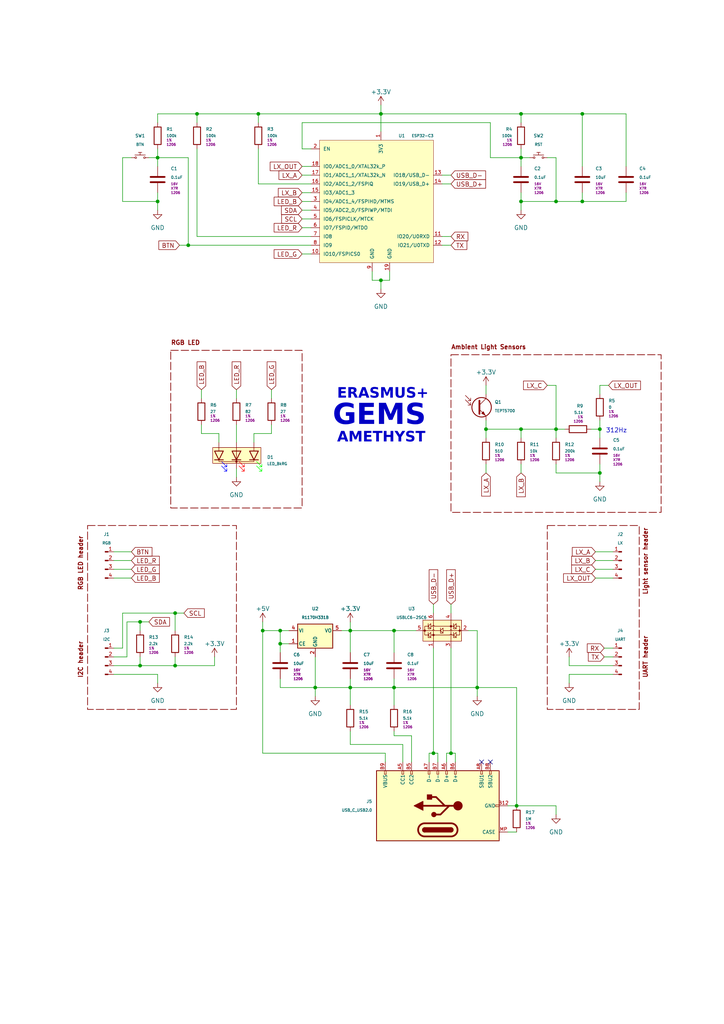
<source format=kicad_sch>
(kicad_sch (version 20231120) (generator "eeschema") (generator_version "8.0")
  (paper "A4" portrait)
  (title_block (title "AMETHYST") (date "2024-03-17") (rev "v0.2") (company "GEMS - Graceful Equalising of Mechatronics Students") (comment 2 "Contact: gasper.skulj@fs.uni-lj.si") (comment 3 "2022-1-SI01-KA220-HED-000087727") (comment 4 "Erasmus+ project KA2: Cooperation partnerships in higher education"))
  (lib_symbols
    (symbol "GEMS_Library:Capacitor" (pin_numbers hide) (pin_names (offset 0.254))
      (property "Reference" "C" (at 2.413 0 0))
      (property "Value" "Capacitor" (at 0.381 -1.524 0))
      (property "Voltage" "\"Voltage\"" (at 0 -1.27 0))
      (property "Tolerance" "\"Tolerance\"" (at 0 -2.286 0))
      (property "Case" "\"Case\"" (at 0.254 1.27 0))
      (symbol "Capacitor_1_1"
        (pin passive line (at 0 3.81 270) (length 2.794) (name "~") (number "1"))
        (pin passive line (at 0 -3.81 90) (length 2.794) (name "~") (number "2"))
      )
    )
    (symbol "GEMS_Library:Conn_01x04" (pin_names (offset 1.016) hide)
      (property "Reference" "J" (at 0 3.556 0))
      (property "Value" "Conn_01x04" (at 0 -5.588 0))
      (symbol "Conn_01x04_1_1"
        (pin passive line (at 2.54 2.54 180) (length 2) (name "Pin_1") (number "1"))
        (pin passive line (at 2.54 0 180) (length 2) (name "Pin_2") (number "2"))
        (pin passive line (at 2.54 -2.54 180) (length 2) (name "Pin_3") (number "3"))
        (pin passive line (at 2.54 -5.08 180) (length 2) (name "Pin_4") (number "4"))
      )
    )
    (symbol "GEMS_Library:ESP32-C3" (pin_names (offset 1.016))
      (property "Reference" "U" (at 9.652 20.574 0))
      (property "Value" "ESP32-C3" (at 7.366 -15.748 0))
      (symbol "ESP32-C3_1_1"
        (pin power_in line (at 0 22.86 270) (length 2.54) (name "3V3") (number "1"))
        (pin bidirectional line (at -20.32 -12.7 0) (length 2.54) (name "IO10/FSPICS0") (number "10"))
        (pin bidirectional line (at 17.78 -7.62 180) (length 2.54) (name "IO20/U0RXD") (number "11"))
        (pin bidirectional line (at 17.78 -10.16 180) (length 2.54) (name "IO21/U0TXD") (number "12"))
        (pin bidirectional line (at 17.78 10.16 180) (length 2.54) (name "IO18/USB_D-") (number "13"))
        (pin bidirectional line (at 17.78 7.62 180) (length 2.54) (name "IO19/USB_D+") (number "14"))
        (pin bidirectional line (at -20.32 5.08 0) (length 2.54) (name "IO3/ADC1_3") (number "15"))
        (pin bidirectional line (at -20.32 7.62 0) (length 2.54) (name "IO2/ADC1_2/FSPIQ") (number "16"))
        (pin bidirectional line (at -20.32 10.16 0) (length 2.54) (name "IO1/ADC1_1/XTAL32k_N") (number "17"))
        (pin bidirectional line (at -20.32 12.7 0) (length 2.54) (name "IO0/ADC1_0/XTAL32k_P") (number "18"))
        (pin power_in line (at 2.54 -17.78 90) (length 2.54) (name "GND") (number "19"))
        (pin input line (at -20.32 17.78 0) (length 2.54) (name "EN") (number "2"))
        (pin bidirectional line (at -20.32 2.54 0) (length 2.54) (name "IO4/ADC1_4/FSPIHD/MTMS") (number "3"))
        (pin bidirectional line (at -20.32 0 0) (length 2.54) (name "IO5/ADC2_0/FSPIWP/MTDI") (number "4"))
        (pin bidirectional line (at -20.32 -2.54 0) (length 2.54) (name "IO6/FSPICLK/MTCK") (number "5"))
        (pin bidirectional line (at -20.32 -5.08 0) (length 2.54) (name "IO7/FSPID/MTDO") (number "6"))
        (pin bidirectional line (at -20.32 -7.62 0) (length 2.54) (name "IO8") (number "7"))
        (pin bidirectional line (at -20.32 -10.16 0) (length 2.54) (name "IO9") (number "8"))
        (pin power_in line (at -2.54 -17.78 90) (length 2.54) (name "GND") (number "9"))
      )
    )
    (symbol "GEMS_Library:LED_BkRG" (pin_numbers hide) (pin_names (offset 1.016) hide)
      (property "Reference" "D" (at 0.254 7.112 0))
      (property "Value" "LED_BkRG" (at -1.016 -7.366 0))
      (symbol "LED_BkRG_1_1"
        (pin passive line (at 2.54 5.08 180) (length 2.54) (name "Ablue") (number "Ab"))
        (pin passive line (at 2.54 -5.08 180) (length 2.54) (name "Agreen") (number "Ag"))
        (pin passive line (at 2.54 0 180) (length 2.54) (name "Ared") (number "Ar"))
        (pin passive line (at -5.08 0 0) (length 2.54) (name "K") (number "K"))
      )
    )
    (symbol "GEMS_Library:R1170H331B" (pin_names (offset 0.254))
      (property "Reference" "U" (at 1.778 2.286 0))
      (property "Value" "R1170H331B" (at 1.778 -5.588 0))
      (symbol "R1170H331B_1_1"
        (pin input line (at -7.62 -3.81 0) (length 2.54) (name "CE") (number "1"))
        (pin power_in line (at 0 -7.62 90) (length 2.54) (name "GND") (number "2"))
        (pin no_connect line (at 5.08 -2.54 180) (length 0) hide (name "NC") (number "3"))
        (pin power_in line (at -7.62 0 0) (length 2.54) (name "VI") (number "4"))
        (pin power_out line (at 7.62 0 180) (length 2.54) (name "VO") (number "5"))
      )
    )
    (symbol "GEMS_Library:Resistor" (pin_numbers hide) (pin_names (offset 0) hide)
      (property "Reference" "R" (at -0.254 -2.794 90))
      (property "Value" "Resistor" (at 0 0 90))
      (property "Tolerance" "\"Tolerance\"" (at 0.254 2.54 90))
      (property "Case" "\"Footprint\"" (at -0.254 2.54 90))
      (symbol "Resistor_1_1"
        (pin passive line (at 0 3.81 270) (length 1.27) (name "~") (number "1"))
        (pin passive line (at 0 -3.81 90) (length 1.27) (name "~") (number "2"))
      )
    )
    (symbol "GEMS_Library:SW_Push_NO" (pin_numbers hide) (pin_names (offset 1.016) hide)
      (property "Reference" "SW" (at 1.27 2.54 0))
      (property "Value" "SW_Push_NO" (at 0 -0.254 0))
      (symbol "SW_Push_NO_1_1"
        (pin passive line (at 2.54 0 180) (length 1) (name "COM") (number "COM"))
        (pin passive line (at -2.54 0 0) (length 1) (name "NO") (number "NO"))
      )
    )
    (symbol "GEMS_Library:TEPT5700" (pin_numbers hide) (pin_names (offset 0) hide)
      (property "Reference" "Q" (at 1.778 2.032 0))
      (property "Value" "TEPT5700" (at 4.318 -1.27 90))
      (symbol "TEPT5700_1_1"
        (pin passive line (at 2.54 2.54 270) (length 1.27) (name "C") (number "C"))
        (pin passive line (at 2.54 -5.08 90) (length 1.27) (name "E") (number "E"))
      )
    )
    (symbol "GEMS_Library:USBLC6-2SC6" (pin_names hide)
      (property "Reference" "U" (at 1.778 5.842 0))
      (property "Value" "USBLC6-2SC6" (at 1.524 -5.842 0))
      (symbol "USBLC6-2SC6_1_1"
        (pin passive line (at -5.08 2.54 0) (length 2) (name "I/O1") (number "1"))
        (pin passive line (at 0 -7.62 90) (length 2) (name "GND") (number "2"))
        (pin passive line (at -5.08 -2.54 0) (length 2) (name "I/O2") (number "3"))
        (pin passive line (at 5.08 -2.54 180) (length 2) (name "I/O2") (number "4"))
        (pin passive line (at 0 7.62 270) (length 2) (name "VBUS") (number "5"))
        (pin passive line (at 5.08 2.54 180) (length 2) (name "I/O1") (number "6"))
      )
    )
    (symbol "GEMS_Library:USB_C_USB2.0" (pin_names (offset 1.016))
      (property "Reference" "J" (at 8.128 18.034 0))
      (property "Value" "USB_C_USB2.0" (at 3.302 -18.034 0))
      (symbol "USB_C_USB2.0_1_1"
        (pin power_out line (at 0 -20.32 90) (length 2.54) hide (name "GND") (number "A1"))
        (pin power_out line (at 0 -20.32 90) (length 2.54) hide (name "GND") (number "A12"))
        (pin power_out line (at 12.7 15.24 180) (length 2.54) hide (name "VBUS") (number "A4"))
        (pin bidirectional line (at 12.7 10.16 180) (length 2.54) (name "CC1") (number "A5"))
        (pin bidirectional line (at 12.7 -2.54 180) (length 2.54) (name "D+") (number "A6"))
        (pin bidirectional line (at 12.7 2.54 180) (length 2.54) (name "D-") (number "A7"))
        (pin bidirectional line (at 12.7 -12.7 180) (length 2.54) (name "SBU1") (number "A8"))
        (pin power_out line (at 12.7 15.24 180) (length 2.54) hide (name "VBUS") (number "A9"))
        (pin power_out line (at 0 -20.32 90) (length 2.54) hide (name "GND") (number "B1"))
        (pin power_out line (at 0 -20.32 90) (length 2.54) (name "GND") (number "B12"))
        (pin power_out line (at 12.7 15.24 180) (length 2.54) hide (name "VBUS") (number "B4"))
        (pin bidirectional line (at 12.7 7.62 180) (length 2.54) (name "CC2") (number "B5"))
        (pin bidirectional line (at 12.7 -5.08 180) (length 2.54) (name "D+") (number "B6"))
        (pin bidirectional line (at 12.7 0 180) (length 2.54) (name "D-") (number "B7"))
        (pin bidirectional line (at 12.7 -15.24 180) (length 2.54) (name "SBU2") (number "B8"))
        (pin power_out line (at 12.7 15.24 180) (length 2.54) (name "VBUS") (number "B9"))
        (pin passive line (at -7.62 -20.32 90) (length 2.54) (name "CASE") (number "MP"))
      )
    )
    (symbol "power:+3.3V" (power) (pin_numbers hide) (pin_names (offset 0) hide)
      (property "Value" "+3.3V" (at 0 3.556 0))
      (symbol "+3.3V_1_1"
        (pin power_in line (at 0 0 90) (length 0) (name "~") (number "1"))
      )
    )
    (symbol "power:+5V" (power) (pin_numbers hide) (pin_names (offset 0) hide)
      (property "Value" "+5V" (at 0 3.556 0))
      (symbol "+5V_1_1"
        (pin power_in line (at 0 0 90) (length 0) (name "~") (number "1"))
      )
    )
    (symbol "power:GND" (power) (pin_numbers hide) (pin_names (offset 0) hide)
      (property "Value" "GND" (at 0 -3.81 0))
      (symbol "GND_1_1"
        (pin power_in line (at 0 0 270) (length 0) (name "~") (number "1"))
      )
    )
  )
  (junction (at 168.91 58.42))
  (junction (at 168.91 33.02))
  (junction (at 173.99 124.46))
  (junction (at 161.29 58.42))
  (junction (at 54.61 71.12))
  (junction (at 50.8 193.04))
  (junction (at 45.72 45.72))
  (junction (at 151.13 58.42))
  (junction (at 173.99 137.16))
  (junction (at 151.13 45.72))
  (junction (at 101.6 182.88))
  (junction (at 151.13 124.46))
  (junction (at 114.3 182.88))
  (junction (at 140.97 124.46))
  (junction (at 114.3 199.39))
  (junction (at 138.43 199.39))
  (junction (at 91.44 199.39))
  (junction (at 45.72 58.42))
  (junction (at 110.49 33.02))
  (junction (at 40.64 193.04))
  (junction (at 50.8 177.8))
  (junction (at 40.64 180.34))
  (junction (at 161.29 124.46))
  (junction (at 74.93 33.02))
  (junction (at 149.86 233.68))
  (junction (at 151.13 33.02))
  (junction (at 101.6 199.39))
  (junction (at 81.28 186.69))
  (junction (at 125.73 218.44))
  (junction (at 57.15 33.02))
  (junction (at 110.49 81.28))
  (junction (at 76.2 182.88))
  (junction (at 81.28 182.88))
  (junction (at 130.81 218.44))
  (no_connect (at 142.24 220.98))
  (no_connect (at 139.7 220.98))
  (wire (pts (xy 81.28 186.69) (xy 81.28 189.23)))
  (wire (pts (xy 151.13 33.02) (xy 168.91 33.02)))
  (wire (pts (xy 45.72 43.18) (xy 45.72 45.72)))
  (wire (pts (xy 151.13 33.02) (xy 110.49 33.02)))
  (wire (pts (xy 168.91 58.42) (xy 168.91 55.88)))
  (wire (pts (xy 87.63 35.56) (xy 142.24 35.56)))
  (wire (pts (xy 101.6 182.88) (xy 101.6 189.23)))
  (wire (pts (xy 36.83 190.5) (xy 36.83 180.34)))
  (wire (pts (xy 76.2 180.34) (xy 76.2 182.88)))
  (wire (pts (xy 114.3 182.88) (xy 120.65 182.88)))
  (wire (pts (xy 172.72 165.1) (xy 177.8 165.1)))
  (wire (pts (xy 151.13 43.18) (xy 151.13 45.72)))
  (wire (pts (xy 173.99 137.16) (xy 173.99 139.7)))
  (wire (pts (xy 158.75 45.72) (xy 161.29 45.72)))
  (wire (pts (xy 87.63 48.26) (xy 90.17 48.26)))
  (wire (pts (xy 173.99 134.62) (xy 173.99 137.16)))
  (wire (pts (xy 74.93 33.02) (xy 74.93 35.56)))
  (wire (pts (xy 45.72 33.02) (xy 57.15 33.02)))
  (wire (pts (xy 50.8 177.8) (xy 53.34 177.8)))
  (wire (pts (xy 110.49 33.02) (xy 110.49 38.1)))
  (wire (pts (xy 45.72 55.88) (xy 45.72 58.42)))
  (wire (pts (xy 111.76 218.44) (xy 76.2 218.44)))
  (wire (pts (xy 114.3 213.36) (xy 119.38 213.36)))
  (wire (pts (xy 35.56 45.72) (xy 35.56 58.42)))
  (wire (pts (xy 74.93 53.34) (xy 90.17 53.34)))
  (wire (pts (xy 129.54 218.44) (xy 130.81 218.44)))
  (wire (pts (xy 142.24 35.56) (xy 142.24 45.72)))
  (wire (pts (xy 58.42 123.19) (xy 58.42 125.73)))
  (wire (pts (xy 172.72 167.64) (xy 177.8 167.64)))
  (wire (pts (xy 35.56 177.8) (xy 50.8 177.8)))
  (wire (pts (xy 68.58 135.89) (xy 68.58 138.43)))
  (wire (pts (xy 87.63 73.66) (xy 90.17 73.66)))
  (wire (pts (xy 168.91 58.42) (xy 181.61 58.42)))
  (wire (pts (xy 161.29 45.72) (xy 161.29 58.42)))
  (wire (pts (xy 125.73 175.26) (xy 125.73 177.8)))
  (wire (pts (xy 161.29 58.42) (xy 151.13 58.42)))
  (wire (pts (xy 177.8 193.04) (xy 165.1 193.04)))
  (wire (pts (xy 45.72 58.42) (xy 45.72 60.96)))
  (wire (pts (xy 33.02 193.04) (xy 40.64 193.04)))
  (wire (pts (xy 87.63 63.5) (xy 90.17 63.5)))
  (wire (pts (xy 161.29 233.68) (xy 161.29 236.22)))
  (wire (pts (xy 33.02 195.58) (xy 45.72 195.58)))
  (wire (pts (xy 151.13 58.42) (xy 151.13 60.96)))
  (wire (pts (xy 161.29 124.46) (xy 163.83 124.46)))
  (wire (pts (xy 57.15 33.02) (xy 74.93 33.02)))
  (wire (pts (xy 33.02 160.02) (xy 38.1 160.02)))
  (wire (pts (xy 161.29 124.46) (xy 161.29 127)))
  (wire (pts (xy 165.1 193.04) (xy 165.1 190.5)))
  (wire (pts (xy 68.58 123.19) (xy 68.58 128.27)))
  (wire (pts (xy 58.42 125.73) (xy 63.5 125.73)))
  (wire (pts (xy 33.02 162.56) (xy 38.1 162.56)))
  (wire (pts (xy 38.1 45.72) (xy 35.56 45.72)))
  (wire (pts (xy 81.28 182.88) (xy 81.28 186.69)))
  (wire (pts (xy 87.63 50.8) (xy 90.17 50.8)))
  (wire (pts (xy 107.95 81.28) (xy 110.49 81.28)))
  (wire (pts (xy 81.28 196.85) (xy 81.28 199.39)))
  (wire (pts (xy 151.13 124.46) (xy 151.13 127)))
  (wire (pts (xy 128.27 50.8) (xy 130.81 50.8)))
  (wire (pts (xy 147.32 241.3) (xy 149.86 241.3)))
  (wire (pts (xy 40.64 193.04) (xy 50.8 193.04)))
  (wire (pts (xy 78.74 123.19) (xy 78.74 125.73)))
  (wire (pts (xy 158.75 111.76) (xy 161.29 111.76)))
  (wire (pts (xy 114.3 199.39) (xy 114.3 196.85)))
  (wire (pts (xy 135.89 182.88) (xy 138.43 182.88)))
  (wire (pts (xy 114.3 212.09) (xy 114.3 213.36)))
  (wire (pts (xy 87.63 55.88) (xy 90.17 55.88)))
  (wire (pts (xy 161.29 58.42) (xy 168.91 58.42)))
  (wire (pts (xy 130.81 218.44) (xy 132.08 218.44)))
  (wire (pts (xy 57.15 33.02) (xy 57.15 35.56)))
  (wire (pts (xy 177.8 195.58) (xy 165.1 195.58)))
  (wire (pts (xy 90.17 68.58) (xy 57.15 68.58)))
  (wire (pts (xy 132.08 218.44) (xy 132.08 220.98)))
  (wire (pts (xy 90.17 43.18) (xy 87.63 43.18)))
  (wire (pts (xy 35.56 58.42) (xy 45.72 58.42)))
  (wire (pts (xy 181.61 58.42) (xy 181.61 55.88)))
  (wire (pts (xy 119.38 213.36) (xy 119.38 220.98)))
  (wire (pts (xy 78.74 125.73) (xy 73.66 125.73)))
  (wire (pts (xy 40.64 180.34) (xy 43.18 180.34)))
  (wire (pts (xy 165.1 195.58) (xy 165.1 198.12)))
  (wire (pts (xy 140.97 134.62) (xy 140.97 137.16)))
  (wire (pts (xy 138.43 182.88) (xy 138.43 199.39)))
  (wire (pts (xy 101.6 199.39) (xy 101.6 204.47)))
  (wire (pts (xy 173.99 124.46) (xy 173.99 127)))
  (wire (pts (xy 40.64 180.34) (xy 40.64 182.88)))
  (wire (pts (xy 161.29 137.16) (xy 173.99 137.16)))
  (wire (pts (xy 40.64 190.5) (xy 40.64 193.04)))
  (wire (pts (xy 125.73 218.44) (xy 125.73 187.96)))
  (wire (pts (xy 87.63 66.04) (xy 90.17 66.04)))
  (wire (pts (xy 151.13 55.88) (xy 151.13 58.42)))
  (wire (pts (xy 45.72 195.58) (xy 45.72 198.12)))
  (wire (pts (xy 83.82 182.88) (xy 81.28 182.88)))
  (wire (pts (xy 58.42 113.03) (xy 58.42 115.57)))
  (wire (pts (xy 74.93 33.02) (xy 110.49 33.02)))
  (wire (pts (xy 151.13 45.72) (xy 151.13 48.26)))
  (wire (pts (xy 173.99 121.92) (xy 173.99 124.46)))
  (wire (pts (xy 128.27 68.58) (xy 130.81 68.58)))
  (wire (pts (xy 90.17 71.12) (xy 54.61 71.12)))
  (wire (pts (xy 33.02 167.64) (xy 38.1 167.64)))
  (wire (pts (xy 114.3 199.39) (xy 138.43 199.39)))
  (wire (pts (xy 99.06 182.88) (xy 101.6 182.88)))
  (wire (pts (xy 140.97 121.92) (xy 140.97 124.46)))
  (wire (pts (xy 168.91 33.02) (xy 181.61 33.02)))
  (wire (pts (xy 116.84 215.9) (xy 116.84 220.98)))
  (wire (pts (xy 87.63 58.42) (xy 90.17 58.42)))
  (wire (pts (xy 168.91 33.02) (xy 168.91 48.26)))
  (wire (pts (xy 50.8 193.04) (xy 62.23 193.04)))
  (wire (pts (xy 63.5 125.73) (xy 63.5 128.27)))
  (wire (pts (xy 125.73 218.44) (xy 127 218.44)))
  (wire (pts (xy 81.28 199.39) (xy 91.44 199.39)))
  (wire (pts (xy 101.6 180.34) (xy 101.6 182.88)))
  (wire (pts (xy 153.67 45.72) (xy 151.13 45.72)))
  (wire (pts (xy 74.93 43.18) (xy 74.93 53.34)))
  (wire (pts (xy 81.28 186.69) (xy 83.82 186.69)))
  (wire (pts (xy 36.83 180.34) (xy 40.64 180.34)))
  (wire (pts (xy 33.02 190.5) (xy 36.83 190.5)))
  (wire (pts (xy 54.61 45.72) (xy 45.72 45.72)))
  (wire (pts (xy 54.61 71.12) (xy 54.61 45.72)))
  (wire (pts (xy 113.03 81.28) (xy 113.03 78.74)))
  (wire (pts (xy 149.86 199.39) (xy 149.86 233.68)))
  (wire (pts (xy 110.49 81.28) (xy 110.49 83.82)))
  (wire (pts (xy 172.72 160.02) (xy 177.8 160.02)))
  (wire (pts (xy 142.24 45.72) (xy 151.13 45.72)))
  (wire (pts (xy 62.23 193.04) (xy 62.23 190.5)))
  (wire (pts (xy 140.97 111.76) (xy 140.97 114.3)))
  (wire (pts (xy 87.63 60.96) (xy 90.17 60.96)))
  (wire (pts (xy 124.46 218.44) (xy 125.73 218.44)))
  (wire (pts (xy 78.74 113.03) (xy 78.74 115.57)))
  (wire (pts (xy 35.56 187.96) (xy 35.56 177.8)))
  (wire (pts (xy 43.18 45.72) (xy 45.72 45.72)))
  (wire (pts (xy 101.6 212.09) (xy 101.6 215.9)))
  (wire (pts (xy 149.86 233.68) (xy 161.29 233.68)))
  (wire (pts (xy 147.32 233.68) (xy 149.86 233.68)))
  (wire (pts (xy 107.95 78.74) (xy 107.95 81.28)))
  (wire (pts (xy 57.15 68.58) (xy 57.15 43.18)))
  (wire (pts (xy 171.45 124.46) (xy 173.99 124.46)))
  (wire (pts (xy 175.26 190.5) (xy 177.8 190.5)))
  (wire (pts (xy 101.6 215.9) (xy 116.84 215.9)))
  (wire (pts (xy 128.27 71.12) (xy 130.81 71.12)))
  (wire (pts (xy 101.6 182.88) (xy 114.3 182.88)))
  (wire (pts (xy 130.81 175.26) (xy 130.81 177.8)))
  (wire (pts (xy 151.13 134.62) (xy 151.13 137.16)))
  (wire (pts (xy 151.13 124.46) (xy 161.29 124.46)))
  (wire (pts (xy 45.72 35.56) (xy 45.72 33.02)))
  (wire (pts (xy 68.58 113.03) (xy 68.58 115.57)))
  (wire (pts (xy 114.3 182.88) (xy 114.3 189.23)))
  (wire (pts (xy 151.13 35.56) (xy 151.13 33.02)))
  (wire (pts (xy 91.44 201.93) (xy 91.44 199.39)))
  (wire (pts (xy 173.99 114.3) (xy 173.99 111.76)))
  (wire (pts (xy 173.99 111.76) (xy 176.53 111.76)))
  (wire (pts (xy 114.3 199.39) (xy 114.3 204.47)))
  (wire (pts (xy 140.97 124.46) (xy 140.97 127)))
  (wire (pts (xy 50.8 177.8) (xy 50.8 182.88)))
  (wire (pts (xy 138.43 199.39) (xy 138.43 201.93)))
  (wire (pts (xy 110.49 81.28) (xy 113.03 81.28)))
  (wire (pts (xy 52.07 71.12) (xy 54.61 71.12)))
  (wire (pts (xy 101.6 199.39) (xy 114.3 199.39)))
  (wire (pts (xy 140.97 124.46) (xy 151.13 124.46)))
  (wire (pts (xy 33.02 165.1) (xy 38.1 165.1)))
  (wire (pts (xy 101.6 199.39) (xy 91.44 199.39)))
  (wire (pts (xy 161.29 134.62) (xy 161.29 137.16)))
  (wire (pts (xy 91.44 190.5) (xy 91.44 199.39)))
  (wire (pts (xy 129.54 220.98) (xy 129.54 218.44)))
  (wire (pts (xy 124.46 220.98) (xy 124.46 218.44)))
  (wire (pts (xy 128.27 53.34) (xy 130.81 53.34)))
  (wire (pts (xy 33.02 187.96) (xy 35.56 187.96)))
  (wire (pts (xy 130.81 218.44) (xy 130.81 187.96)))
  (wire (pts (xy 138.43 199.39) (xy 149.86 199.39)))
  (wire (pts (xy 76.2 218.44) (xy 76.2 182.88)))
  (wire (pts (xy 161.29 111.76) (xy 161.29 124.46)))
  (wire (pts (xy 73.66 125.73) (xy 73.66 128.27)))
  (wire (pts (xy 111.76 220.98) (xy 111.76 218.44)))
  (wire (pts (xy 181.61 33.02) (xy 181.61 48.26)))
  (wire (pts (xy 87.63 43.18) (xy 87.63 35.56)))
  (wire (pts (xy 45.72 45.72) (xy 45.72 48.26)))
  (wire (pts (xy 76.2 182.88) (xy 81.28 182.88)))
  (wire (pts (xy 127 218.44) (xy 127 220.98)))
  (wire (pts (xy 172.72 162.56) (xy 177.8 162.56)))
  (wire (pts (xy 110.49 30.48) (xy 110.49 33.02)))
  (wire (pts (xy 50.8 190.5) (xy 50.8 193.04)))
  (wire (pts (xy 101.6 196.85) (xy 101.6 199.39)))
  (wire (pts (xy 175.26 187.96) (xy 177.8 187.96)))
  (rectangle (start 158.75 152.4) (end 185.42 205.74) (stroke (width 0.2) (type dash) (color 132 0 0 1)))
  (rectangle (start 130.81 102.87) (end 191.77 148.59) (stroke (width 0.2) (type dash) (color 132 0 0 1)))
  (rectangle (start 25.4 152.4) (end 68.58 205.74) (stroke (width 0.2) (type dash) (color 132 0 0 1)))
  (rectangle (start 49.53 101.6) (end 87.63 147.32) (stroke (width 0.2) (type dash) (color 132 0 0 1)))
  (text "GEMS" (at 96.52 125.73 0) (effects (font (size 6 6) (bold yes)) (justify left bottom)))
  (text "RGB LED header" (at 24.13 171.45 90) (effects (font (size 1.27 1.27) (thickness 0.254) (bold yes)) (justify left bottom)))
  (text "UART header" (at 187.96 196.85 90) (effects (font (size 1.27 1.27) (thickness 0.254) (bold yes)) (justify left bottom)))
  (text "RGB LED" (at 49.53 100.33 0) (effects (font (size 1.27 1.27) (thickness 0.254) (bold yes)) (justify left bottom)))
  (text "AMETHYST" (at 97.79 129.54 0) (effects (font (size 3 3) (thickness 0.254) (bold yes)) (justify left bottom)))
  (text "Ambient Light Sensors" (at 130.81 101.6 0) (effects (font (size 1.27 1.27) (thickness 0.254) (bold yes)) (justify left bottom)))
  (text "312Hz" (at 178.816 124.968 0) (effects (font (size 1.27 1.27))))
  (text "ERASMUS+" (at 97.79 116.84 0) (effects (font (size 3 3) (thickness 0.254) (bold yes)) (justify left bottom)))
  (text "Light sensor header" (at 187.96 172.72 90) (effects (font (size 1.27 1.27) (thickness 0.254) (bold yes)) (justify left bottom)))
  (text "I2C header" (at 24.13 196.85 90) (effects (font (size 1.27 1.27) (thickness 0.254) (bold yes)) (justify left bottom)))
  (global_label "USB_D+" (shape input) (at 130.81 53.34 0) (property "Intersheetrefs" "${INTERSHEET_REFS}" (effects (hide yes))))
  (global_label "LED_R" (shape input) (at 38.1 162.56 0) (property "Intersheetrefs" "${INTERSHEET_REFS}" (effects (hide yes))))
  (global_label "SDA" (shape input) (at 87.63 60.96 180) (property "Intersheetrefs" "${INTERSHEET_REFS}" (effects (hide yes))))
  (global_label "LX_B" (shape input) (at 151.13 137.16 270) (property "Intersheetrefs" "${INTERSHEET_REFS}" (effects (hide yes))))
  (global_label "LED_B" (shape input) (at 58.42 113.03 90) (property "Intersheetrefs" "${INTERSHEET_REFS}" (effects (hide yes))))
  (global_label "LED_B" (shape input) (at 38.1 167.64 0) (property "Intersheetrefs" "${INTERSHEET_REFS}" (effects (hide yes))))
  (global_label "LX_C" (shape input) (at 172.72 165.1 180) (property "Intersheetrefs" "${INTERSHEET_REFS}" (effects (hide yes))))
  (global_label "SCL" (shape input) (at 87.63 63.5 180) (property "Intersheetrefs" "${INTERSHEET_REFS}" (effects (hide yes))))
  (global_label "RX" (shape input) (at 130.81 68.58 0) (property "Intersheetrefs" "${INTERSHEET_REFS}" (effects (hide yes))))
  (global_label "LED_G" (shape input) (at 87.63 73.66 180) (property "Intersheetrefs" "${INTERSHEET_REFS}" (effects (hide yes))))
  (global_label "LX_B" (shape input) (at 87.63 55.88 180) (property "Intersheetrefs" "${INTERSHEET_REFS}" (effects (hide yes))))
  (global_label "LX_A" (shape input) (at 87.63 50.8 180) (property "Intersheetrefs" "${INTERSHEET_REFS}" (effects (hide yes))))
  (global_label "LX_OUT" (shape input) (at 172.72 167.64 180) (property "Intersheetrefs" "${INTERSHEET_REFS}" (effects (hide yes))))
  (global_label "USB_D+" (shape input) (at 130.81 175.26 90) (property "Intersheetrefs" "${INTERSHEET_REFS}" (effects (hide yes))))
  (global_label "TX" (shape input) (at 130.81 71.12 0) (property "Intersheetrefs" "${INTERSHEET_REFS}" (effects (hide yes))))
  (global_label "RX" (shape input) (at 175.26 187.96 180) (property "Intersheetrefs" "${INTERSHEET_REFS}" (effects (hide yes))))
  (global_label "LX_C" (shape input) (at 158.75 111.76 180) (property "Intersheetrefs" "${INTERSHEET_REFS}" (effects (hide yes))))
  (global_label "LX_OUT" (shape input) (at 87.63 48.26 180) (property "Intersheetrefs" "${INTERSHEET_REFS}" (effects (hide yes))))
  (global_label "LED_B" (shape input) (at 87.63 58.42 180) (property "Intersheetrefs" "${INTERSHEET_REFS}" (effects (hide yes))))
  (global_label "BTN" (shape input) (at 52.07 71.12 180) (property "Intersheetrefs" "${INTERSHEET_REFS}" (effects (hide yes))))
  (global_label "LED_R" (shape input) (at 87.63 66.04 180) (property "Intersheetrefs" "${INTERSHEET_REFS}" (effects (hide yes))))
  (global_label "SDA" (shape input) (at 43.18 180.34 0) (property "Intersheetrefs" "${INTERSHEET_REFS}" (effects (hide yes))))
  (global_label "BTN" (shape input) (at 38.1 160.02 0) (property "Intersheetrefs" "${INTERSHEET_REFS}" (effects (hide yes))))
  (global_label "LX_B" (shape input) (at 172.72 162.56 180) (property "Intersheetrefs" "${INTERSHEET_REFS}" (effects (hide yes))))
  (global_label "USB_D-" (shape input) (at 125.73 175.26 90) (property "Intersheetrefs" "${INTERSHEET_REFS}" (effects (hide yes))))
  (global_label "LED_R" (shape input) (at 68.58 113.03 90) (property "Intersheetrefs" "${INTERSHEET_REFS}" (effects (hide yes))))
  (global_label "TX" (shape input) (at 175.26 190.5 180) (property "Intersheetrefs" "${INTERSHEET_REFS}" (effects (hide yes))))
  (global_label "LED_G" (shape input) (at 38.1 165.1 0) (property "Intersheetrefs" "${INTERSHEET_REFS}" (effects (hide yes))))
  (global_label "USB_D-" (shape input) (at 130.81 50.8 0) (property "Intersheetrefs" "${INTERSHEET_REFS}" (effects (hide yes))))
  (global_label "LX_A" (shape input) (at 172.72 160.02 180) (property "Intersheetrefs" "${INTERSHEET_REFS}" (effects (hide yes))))
  (global_label "LX_OUT" (shape input) (at 176.53 111.76 0) (property "Intersheetrefs" "${INTERSHEET_REFS}" (effects (hide yes))))
  (global_label "SCL" (shape input) (at 53.34 177.8 0) (property "Intersheetrefs" "${INTERSHEET_REFS}" (effects (hide yes))))
  (global_label "LX_A" (shape input) (at 140.97 137.16 270) (property "Intersheetrefs" "${INTERSHEET_REFS}" (effects (hide yes))))
  (global_label "LED_G" (shape input) (at 78.74 113.03 90) (property "Intersheetrefs" "${INTERSHEET_REFS}" (effects (hide yes))))
  (symbol (lib_id "GEMS_Library:ESP32-C3") (at 110.49 60.96 0) (unit 1)
    (property "Reference" "U1" (at 115.57 39.37 0) (effects (font (size 0.889 0.889)) (justify left)))
    (property "Value" "ESP32-C3" (at 119.38 39.37 0) (effects (font (size 0.7874 0.7874)) (justify left)))
    (property "Footprint" "GEMS_Library:ESP32-C3-WROOM-02" (effects (hide yes)))
    (property "Datasheet" "https://docs.espressif.com/projects/esp-idf/en/v5.0/esp32c3/get-started/index.html" (effects (hide yes)))
    (property "Description" "ESP32 SMT RF module" (effects (hide yes)))
    (property "Suplier1" "Mouser" (effects (hide yes)))
    (property "Suplier1 no." "356-ESP32C3WROOM02N4" (effects (hide yes)))
    (property "Suplier2" "DigiKey" (effects (hide yes)))
    (property "Suplier2 no." "1965-ESP32-C3-WROOM-02-N4TR-ND" (effects (hide yes)))
  )
  (symbol (lib_id "GEMS_Library:Resistor") (at 140.97 130.81 0) (unit 1)
    (property "Reference" "R10" (at 143.51 128.905 0) (effects (font (size 0.889 0.889)) (justify left)))
    (property "Value" "510" (at 143.51 130.81 0) (effects (font (size 0.7874 0.7874)) (justify left)))
    (property "Footprint" "GEMS_Library:R_1206_(3216)" (effects (hide yes)))
    (property "Description" "Resistor" (effects (hide yes)))
    (property "Tolerance" "1%" (at 143.51 132.0799 0) (effects (font (size 0.7112 0.7112)) (justify left)))
    (property "Case" "1206" (at 143.51 133.3499 0) (effects (font (size 0.7112 0.7112)) (justify left)))
  )
  (symbol (lib_id "GEMS_Library:Conn_01x04") (at 30.48 190.5 0) (unit 1)
    (property "Reference" "J3" (at 30.9118 182.88 0) (effects (font (size 0.9 0.9))))
    (property "Value" "I2C" (at 30.9118 185.42 0) (effects (font (size 0.8 0.8))))
    (property "Footprint" "GEMS_Library:PinHeader_1x04_P2.54mm_Vertical" (effects (hide yes)))
    (property "Description" "Generic connector, single row, 01x04" (effects (hide yes)))
  )
  (symbol (lib_id "GEMS_Library:Resistor") (at 161.29 130.81 0) (unit 1)
    (property "Reference" "R12" (at 163.83 128.905 0) (effects (font (size 0.889 0.889)) (justify left)))
    (property "Value" "200k" (at 163.83 130.81 0) (effects (font (size 0.7874 0.7874)) (justify left)))
    (property "Footprint" "GEMS_Library:R_1206_(3216)" (effects (hide yes)))
    (property "Description" "Resistor" (effects (hide yes)))
    (property "Tolerance" "1%" (at 163.83 132.0799 0) (effects (font (size 0.7112 0.7112)) (justify left)))
    (property "Case" "1206" (at 163.83 133.3499 0) (effects (font (size 0.7112 0.7112)) (justify left)))
  )
  (symbol (lib_id "GEMS_Library:Capacitor") (at 81.28 193.04 0) (unit 1)
    (property "Reference" "C6" (at 85.09 189.865 0) (effects (font (size 0.9 0.9)) (justify left)))
    (property "Value" "10uF" (at 85.09 192.405 0) (effects (font (size 0.8 0.8)) (justify left)))
    (property "Footprint" "GEMS_Library:C_1206_(3216)" (effects (hide yes)))
    (property "Description" "Unpolarized capacitor" (effects (hide yes)))
    (property "Voltage" "16V" (at 85.09 194.31 0) (effects (font (size 0.7 0.7)) (justify left)))
    (property "Tolerance" "X7R" (at 85.09 195.58 0) (effects (font (size 0.7 0.7)) (justify left)))
    (property "Case" "1206" (at 85.09 196.85 0) (effects (font (size 0.7 0.7)) (justify left)))
  )
  (symbol (lib_id "GEMS_Library:Resistor") (at 58.42 119.38 0) (unit 1)
    (property "Reference" "R6" (at 60.96 117.475 0) (effects (font (size 0.889 0.889)) (justify left)))
    (property "Value" "27" (at 60.96 119.38 0) (effects (font (size 0.7874 0.7874)) (justify left)))
    (property "Footprint" "GEMS_Library:R_1206_(3216)" (effects (hide yes)))
    (property "Description" "Resistor" (effects (hide yes)))
    (property "Tolerance" "1%" (at 60.96 120.6499 0) (effects (font (size 0.7112 0.7112)) (justify left)))
    (property "Case" "1206" (at 60.96 121.9199 0) (effects (font (size 0.7112 0.7112)) (justify left)))
  )
  (symbol (lib_id "power:GND") (at 91.44 201.93 0) (unit 1)
    (property "Reference" "#PWR014" (effects (hide yes)))
    (property "Value" "GND" (at 91.44 207.01 0))
    (property "Description" "Power symbol creates a global label with name \"GND\" , ground" (effects (hide yes)))
  )
  (symbol (lib_id "GEMS_Library:Resistor") (at 151.13 130.81 0) (unit 1)
    (property "Reference" "R11" (at 153.67 128.905 0) (effects (font (size 0.889 0.889)) (justify left)))
    (property "Value" "10k" (at 153.67 130.81 0) (effects (font (size 0.7874 0.7874)) (justify left)))
    (property "Footprint" "GEMS_Library:R_1206_(3216)" (effects (hide yes)))
    (property "Description" "Resistor" (effects (hide yes)))
    (property "Tolerance" "1%" (at 153.67 132.0799 0) (effects (font (size 0.7112 0.7112)) (justify left)))
    (property "Case" "1206" (at 153.67 133.3499 0) (effects (font (size 0.7112 0.7112)) (justify left)))
  )
  (symbol (lib_id "GEMS_Library:Resistor") (at 45.72 39.37 0) (unit 1)
    (property "Reference" "R1" (at 48.26 37.465 0) (effects (font (size 0.889 0.889)) (justify left)))
    (property "Value" "100k" (at 48.26 39.37 0) (effects (font (size 0.7874 0.7874)) (justify left)))
    (property "Footprint" "GEMS_Library:R_1206_(3216)" (effects (hide yes)))
    (property "Description" "Resistor" (effects (hide yes)))
    (property "Tolerance" "1%" (at 48.26 40.6399 0) (effects (font (size 0.7112 0.7112)) (justify left)))
    (property "Case" "1206" (at 48.26 41.9099 0) (effects (font (size 0.7112 0.7112)) (justify left)))
  )
  (symbol (lib_id "power:+5V") (at 76.2 180.34 0) (unit 1)
    (property "Reference" "#PWR08" (effects (hide yes)))
    (property "Value" "+5V" (at 76.2 176.53 0))
    (property "Description" "Power symbol creates a global label with name \"+5V\"" (effects (hide yes)))
  )
  (symbol (lib_id "GEMS_Library:Conn_01x04") (at 180.34 190.5 0) (mirror y) (unit 1)
    (property "Reference" "J4" (at 179.9082 182.88 0) (effects (font (size 0.9 0.9))))
    (property "Value" "UART" (at 179.9082 185.42 0) (effects (font (size 0.8 0.8))))
    (property "Footprint" "GEMS_Library:PinHeader_1x04_P2.54mm_Vertical" (effects (hide yes)))
    (property "Description" "Generic connector, single row, 01x04" (effects (hide yes)))
  )
  (symbol (lib_id "GEMS_Library:Resistor") (at 101.6 208.28 0) (unit 1)
    (property "Reference" "R15" (at 104.14 206.375 0) (effects (font (size 0.889 0.889)) (justify left)))
    (property "Value" "5.1k" (at 104.14 208.28 0) (effects (font (size 0.7874 0.7874)) (justify left)))
    (property "Footprint" "GEMS_Library:R_1206_(3216)" (effects (hide yes)))
    (property "Description" "Resistor" (effects (hide yes)))
    (property "Tolerance" "1%" (at 104.14 209.5499 0) (effects (font (size 0.7112 0.7112)) (justify left)))
    (property "Case" "1206" (at 104.14 210.8199 0) (effects (font (size 0.7112 0.7112)) (justify left)))
  )
  (symbol (lib_id "GEMS_Library:TEPT5700") (at 138.43 116.84 0) (unit 1)
    (property "Reference" "Q1" (at 143.51 116.5986 0) (effects (font (size 0.9 0.9)) (justify left)))
    (property "Value" "TEPT5700" (at 143.51 119.1387 0) (effects (font (size 0.8 0.8)) (justify left)))
    (property "Footprint" "GEMS_Library:PT_D5.0mm" (effects (hide yes)))
    (property "Datasheet" "https://www.vishay.com/docs/81321/tept5700.pdf" (effects (hide yes)))
    (property "Description" "TEPT5700, NPN, Phototransistor" (effects (hide yes)))
    (property "Suplier1" "Mouser" (effects (hide yes)))
    (property "Suplier1 no." "782-TEPT5700 " (effects (hide yes)))
    (property "Suplier2" "DigiKey" (effects (hide yes)))
    (property "Suplier2 no." "751-1059-ND" (effects (hide yes)))
  )
  (symbol (lib_id "power:+3.3V") (at 62.23 190.5 0) (unit 1)
    (property "Reference" "#PWR010" (effects (hide yes)))
    (property "Value" "+3.3V" (at 62.23 186.69 0))
    (property "Description" "Power symbol creates a global label with name \"+3.3V\"" (effects (hide yes)))
  )
  (symbol (lib_id "power:GND") (at 173.99 139.7 0) (unit 1)
    (property "Reference" "#PWR07" (effects (hide yes)))
    (property "Value" "GND" (at 173.99 144.78 0))
    (property "Description" "Power symbol creates a global label with name \"GND\" , ground" (effects (hide yes)))
  )
  (symbol (lib_id "GEMS_Library:Resistor") (at 167.64 124.46 90) (unit 1)
    (property "Reference" "R9" (at 169.164 117.7291 90) (effects (font (size 0.889 0.889)) (justify left)))
    (property "Value" "5.1k" (at 169.164 119.6341 90) (effects (font (size 0.7874 0.7874)) (justify left)))
    (property "Footprint" "GEMS_Library:R_1206_(3216)" (effects (hide yes)))
    (property "Description" "Resistor" (effects (hide yes)))
    (property "Tolerance" "1%" (at 169.164 120.904 90) (effects (font (size 0.7112 0.7112)) (justify left)))
    (property "Case" "1206" (at 169.164 122.174 90) (effects (font (size 0.7112 0.7112)) (justify left)))
  )
  (symbol (lib_id "power:+3.3V") (at 165.1 190.5 0) (unit 1)
    (property "Reference" "#PWR011" (effects (hide yes)))
    (property "Value" "+3.3V" (at 165.1 186.69 0))
    (property "Description" "Power symbol creates a global label with name \"+3.3V\"" (effects (hide yes)))
  )
  (symbol (lib_id "power:GND") (at 45.72 198.12 0) (unit 1)
    (property "Reference" "#PWR012" (effects (hide yes)))
    (property "Value" "GND" (at 45.72 203.2 0))
    (property "Description" "Power symbol creates a global label with name \"GND\" , ground" (effects (hide yes)))
  )
  (symbol (lib_id "GEMS_Library:Conn_01x04") (at 180.34 162.56 0) (mirror y) (unit 1)
    (property "Reference" "J2" (at 179.9082 154.94 0) (effects (font (size 0.9 0.9))))
    (property "Value" "LX" (at 179.9082 157.48 0) (effects (font (size 0.8 0.8))))
    (property "Footprint" "GEMS_Library:PinHeader_1x04_P2.54mm_Vertical" (effects (hide yes)))
    (property "Description" "Generic connector, single row, 01x04" (effects (hide yes)))
  )
  (symbol (lib_id "GEMS_Library:R1170H331B") (at 91.44 182.88 0) (unit 1)
    (property "Reference" "U2" (at 91.44 176.53 0) (effects (font (size 0.9 0.9))))
    (property "Value" "R1170H331B" (at 91.44 179.07 0) (effects (font (size 0.8 0.8))))
    (property "Footprint" "GEMS_Library:SOT-89-5" (effects (hide yes)))
    (property "Datasheet" "https://eu.mouser.com/datasheet/2/294/r1170_ea-3219814.pdf" (effects (hide yes)))
    (property "Description" "Voltage Regulator, LDO, Enable controll" (effects (hide yes)))
    (property "Suplier1" "Mouser" (effects (hide yes)))
    (property "Suplier1 no." "848-R1170H331BT1FE" (effects (hide yes)))
    (property "Suplier2" "DigiKey" (effects (hide yes)))
    (property "Suplier2 no." "2129-R1170H331B-T1-FETR-ND" (effects (hide yes)))
  )
  (symbol (lib_id "GEMS_Library:Capacitor") (at 151.13 52.07 0) (unit 1)
    (property "Reference" "C2" (at 154.94 48.895 0) (effects (font (size 0.9 0.9)) (justify left)))
    (property "Value" "0.1uF" (at 154.94 51.435 0) (effects (font (size 0.8 0.8)) (justify left)))
    (property "Footprint" "GEMS_Library:C_1206_(3216)" (effects (hide yes)))
    (property "Description" "Unpolarized capacitor" (effects (hide yes)))
    (property "Voltage" "16V" (at 154.94 53.34 0) (effects (font (size 0.7 0.7)) (justify left)))
    (property "Tolerance" "X7R" (at 154.94 54.61 0) (effects (font (size 0.7 0.7)) (justify left)))
    (property "Case" "1206" (at 154.94 55.88 0) (effects (font (size 0.7 0.7)) (justify left)))
  )
  (symbol (lib_id "power:+3.3V") (at 140.97 111.76 0) (unit 1)
    (property "Reference" "#PWR05" (effects (hide yes)))
    (property "Value" "+3.3V" (at 140.97 107.95 0))
    (property "Description" "Power symbol creates a global label with name \"+3.3V\"" (effects (hide yes)))
  )
  (symbol (lib_id "GEMS_Library:USBLC6-2SC6") (at 128.27 182.88 90) (unit 1)
    (property "Reference" "U3" (at 119.38 176.53 90) (effects (font (size 0.9 0.9))))
    (property "Value" "USBLC6-2SC6" (at 119.38 179.0701 90) (effects (font (size 0.8 0.8))))
    (property "Footprint" "GEMS_Library:SOT-23-6" (effects (hide yes)))
    (property "Datasheet" "https://www.st.com/resource/en/datasheet/usblc6-2.pdf" (effects (hide yes)))
    (property "Description" "Very low capacitance ESD protection diode, 2 data-line, SOT-23-6" (effects (hide yes)))
    (property "Suplier1" "Mouser" (effects (hide yes)))
    (property "Suplier1 no." "511-USBLC6-2SC6" (effects (hide yes)))
    (property "Suplier2" "DigiKey" (effects (hide yes)))
    (property "Suplier2 no." "497-5235-2-ND" (effects (hide yes)))
  )
  (symbol (lib_id "power:GND") (at 68.58 138.43 0) (unit 1)
    (property "Reference" "#PWR06" (effects (hide yes)))
    (property "Value" "GND" (at 68.58 143.51 0))
    (property "Description" "Power symbol creates a global label with name \"GND\" , ground" (effects (hide yes)))
  )
  (symbol (lib_id "GEMS_Library:Resistor") (at 151.13 39.37 0) (mirror y) (unit 1)
    (property "Reference" "R4" (at 148.59 37.465 0) (effects (font (size 0.889 0.889)) (justify left)))
    (property "Value" "100k" (at 148.59 39.37 0) (effects (font (size 0.7874 0.7874)) (justify left)))
    (property "Footprint" "GEMS_Library:R_1206_(3216)" (effects (hide yes)))
    (property "Description" "Resistor" (effects (hide yes)))
    (property "Tolerance" "1%" (at 148.59 40.6399 0) (effects (font (size 0.7112 0.7112)) (justify left)))
    (property "Case" "1206" (at 148.59 41.9099 0) (effects (font (size 0.7112 0.7112)) (justify left)))
  )
  (symbol (lib_id "power:GND") (at 45.72 60.96 0) (unit 1)
    (property "Reference" "#PWR02" (effects (hide yes)))
    (property "Value" "GND" (at 45.72 66.04 0))
    (property "Description" "Power symbol creates a global label with name \"GND\" , ground" (effects (hide yes)))
  )
  (symbol (lib_id "GEMS_Library:Capacitor") (at 101.6 193.04 0) (unit 1)
    (property "Reference" "C7" (at 105.41 189.865 0) (effects (font (size 0.9 0.9)) (justify left)))
    (property "Value" "10uF" (at 105.41 192.405 0) (effects (font (size 0.8 0.8)) (justify left)))
    (property "Footprint" "GEMS_Library:C_1206_(3216)" (effects (hide yes)))
    (property "Description" "Unpolarized capacitor" (effects (hide yes)))
    (property "Voltage" "16V" (at 105.41 194.31 0) (effects (font (size 0.7 0.7)) (justify left)))
    (property "Tolerance" "X7R" (at 105.41 195.58 0) (effects (font (size 0.7 0.7)) (justify left)))
    (property "Case" "1206" (at 105.41 196.85 0) (effects (font (size 0.7 0.7)) (justify left)))
  )
  (symbol (lib_id "GEMS_Library:SW_Push_NO") (at 156.21 45.72 0) (unit 1)
    (property "Reference" "SW2" (at 156.21 39.37 0) (effects (font (size 0.9 0.9))))
    (property "Value" "RST" (at 156.21 41.91 0) (effects (font (size 0.8 0.8))))
    (property "Footprint" "GEMS_Library:SW_PUSH_6mm_SMD" (effects (hide yes)))
    (property "Datasheet" "https://www.ckswitches.com/media/1471/pts645.pdf" (effects (hide yes)))
    (property "Description" "Push button switch, generic, two pins" (effects (hide yes)))
  )
  (symbol (lib_id "GEMS_Library:USB_C_USB2.0") (at 127 233.68 90) (unit 1)
    (property "Reference" "J5" (at 107.95 232.4099 90) (effects (font (size 0.9 0.9)) (justify left)))
    (property "Value" "USB_C_USB2.0" (at 107.95 234.95 90) (effects (font (size 0.8 0.8)) (justify left)))
    (property "Footprint" "GEMS_Library:USB-C_MOLEX-216990-0001" (effects (hide yes)))
    (property "Datasheet" "https://www.molex.com/en-us/products/part-detail/2169900001?display=pdf" (effects (hide yes)))
    (property "Description" "USB 2.0-only Type-C Receptacle connector" (effects (hide yes)))
    (property "USB-C_spec" "https://www.usb.org/sites/default/files/USB%20Type-C%20Spec%20R2.0%20-%20August%202019.pdf" (effects (hide yes)))
    (property "Suplier1" "Mouser" (effects (hide yes)))
    (property "Suplier1 no." "538-216990-0001" (effects (hide yes)))
    (property "Suplier2" "DigiKey" (effects (hide yes)))
    (property "Suplier2 no." "900-2169900001TR-ND" (effects (hide yes)))
  )
  (symbol (lib_id "GEMS_Library:Resistor") (at 149.86 237.49 0) (unit 1)
    (property "Reference" "R17" (at 152.4 235.585 0) (effects (font (size 0.889 0.889)) (justify left)))
    (property "Value" "1M" (at 152.4 237.49 0) (effects (font (size 0.7874 0.7874)) (justify left)))
    (property "Footprint" "GEMS_Library:R_1206_(3216)" (effects (hide yes)))
    (property "Description" "Resistor" (effects (hide yes)))
    (property "Tolerance" "1%" (at 152.4 238.7599 0) (effects (font (size 0.7112 0.7112)) (justify left)))
    (property "Case" "1206" (at 152.4 240.0299 0) (effects (font (size 0.7112 0.7112)) (justify left)))
  )
  (symbol (lib_id "GEMS_Library:Capacitor") (at 45.72 52.07 0) (unit 1)
    (property "Reference" "C1" (at 49.53 48.895 0) (effects (font (size 0.9 0.9)) (justify left)))
    (property "Value" "0.1uF" (at 49.53 51.435 0) (effects (font (size 0.8 0.8)) (justify left)))
    (property "Footprint" "GEMS_Library:C_1206_(3216)" (effects (hide yes)))
    (property "Description" "Unpolarized capacitor" (effects (hide yes)))
    (property "Voltage" "16V" (at 49.53 53.34 0) (effects (font (size 0.7 0.7)) (justify left)))
    (property "Tolerance" "X7R" (at 49.53 54.61 0) (effects (font (size 0.7 0.7)) (justify left)))
    (property "Case" "1206" (at 49.53 55.88 0) (effects (font (size 0.7 0.7)) (justify left)))
  )
  (symbol (lib_id "power:GND") (at 151.13 60.96 0) (unit 1)
    (property "Reference" "#PWR03" (effects (hide yes)))
    (property "Value" "GND" (at 151.13 66.04 0))
    (property "Description" "Power symbol creates a global label with name \"GND\" , ground" (effects (hide yes)))
  )
  (symbol (lib_id "power:GND") (at 165.1 198.12 0) (unit 1)
    (property "Reference" "#PWR013" (effects (hide yes)))
    (property "Value" "GND" (at 165.1 203.2 0))
    (property "Description" "Power symbol creates a global label with name \"GND\" , ground" (effects (hide yes)))
  )
  (symbol (lib_id "power:+3.3V") (at 110.49 30.48 0) (unit 1)
    (property "Reference" "#PWR01" (effects (hide yes)))
    (property "Value" "+3.3V" (at 110.49 26.67 0))
    (property "Description" "Power symbol creates a global label with name \"+3.3V\"" (effects (hide yes)))
  )
  (symbol (lib_id "power:GND") (at 161.29 236.22 0) (unit 1)
    (property "Reference" "#PWR016" (effects (hide yes)))
    (property "Value" "GND" (at 161.29 241.3 0))
    (property "Description" "Power symbol creates a global label with name \"GND\" , ground" (effects (hide yes)))
  )
  (symbol (lib_id "power:+3.3V") (at 101.6 180.34 0) (unit 1)
    (property "Reference" "#PWR09" (effects (hide yes)))
    (property "Value" "+3.3V" (at 101.6 176.53 0))
    (property "Description" "Power symbol creates a global label with name \"+3.3V\"" (effects (hide yes)))
  )
  (symbol (lib_id "GEMS_Library:Resistor") (at 68.58 119.38 0) (unit 1)
    (property "Reference" "R7" (at 71.12 117.475 0) (effects (font (size 0.889 0.889)) (justify left)))
    (property "Value" "82" (at 71.12 119.38 0) (effects (font (size 0.7874 0.7874)) (justify left)))
    (property "Footprint" "GEMS_Library:R_1206_(3216)" (effects (hide yes)))
    (property "Description" "Resistor" (effects (hide yes)))
    (property "Tolerance" "1%" (at 71.12 120.6499 0) (effects (font (size 0.7112 0.7112)) (justify left)))
    (property "Case" "1206" (at 71.12 121.9199 0) (effects (font (size 0.7112 0.7112)) (justify left)))
  )
  (symbol (lib_id "GEMS_Library:Capacitor") (at 168.91 52.07 0) (unit 1)
    (property "Reference" "C3" (at 172.72 48.895 0) (effects (font (size 0.9 0.9)) (justify left)))
    (property "Value" "10uF" (at 172.72 51.435 0) (effects (font (size 0.8 0.8)) (justify left)))
    (property "Footprint" "GEMS_Library:C_1206_(3216)" (effects (hide yes)))
    (property "Description" "Unpolarized capacitor" (effects (hide yes)))
    (property "Voltage" "16V" (at 172.72 53.34 0) (effects (font (size 0.7 0.7)) (justify left)))
    (property "Tolerance" "X7R" (at 172.72 54.61 0) (effects (font (size 0.7 0.7)) (justify left)))
    (property "Case" "1206" (at 172.72 55.88 0) (effects (font (size 0.7 0.7)) (justify left)))
  )
  (symbol (lib_id "GEMS_Library:Capacitor") (at 114.3 193.04 0) (unit 1)
    (property "Reference" "C8" (at 118.11 189.865 0) (effects (font (size 0.9 0.9)) (justify left)))
    (property "Value" "0.1uF" (at 118.11 192.405 0) (effects (font (size 0.8 0.8)) (justify left)))
    (property "Footprint" "GEMS_Library:C_1206_(3216)" (effects (hide yes)))
    (property "Description" "Unpolarized capacitor" (effects (hide yes)))
    (property "Voltage" "16V" (at 118.11 194.31 0) (effects (font (size 0.7 0.7)) (justify left)))
    (property "Tolerance" "X7R" (at 118.11 195.58 0) (effects (font (size 0.7 0.7)) (justify left)))
    (property "Case" "1206" (at 118.11 196.85 0) (effects (font (size 0.7 0.7)) (justify left)))
  )
  (symbol (lib_id "GEMS_Library:Resistor") (at 40.64 186.69 0) (unit 1)
    (property "Reference" "R13" (at 43.18 184.785 0) (effects (font (size 0.889 0.889)) (justify left)))
    (property "Value" "2.2k" (at 43.18 186.69 0) (effects (font (size 0.7874 0.7874)) (justify left)))
    (property "Footprint" "GEMS_Library:R_1206_(3216)" (effects (hide yes)))
    (property "Description" "Resistor" (effects (hide yes)))
    (property "Tolerance" "1%" (at 43.18 187.9599 0) (effects (font (size 0.7112 0.7112)) (justify left)))
    (property "Case" "1206" (at 43.18 189.2299 0) (effects (font (size 0.7112 0.7112)) (justify left)))
  )
  (symbol (lib_id "GEMS_Library:Resistor") (at 50.8 186.69 0) (unit 1)
    (property "Reference" "R14" (at 53.34 184.785 0) (effects (font (size 0.889 0.889)) (justify left)))
    (property "Value" "2.2k" (at 53.34 186.69 0) (effects (font (size 0.7874 0.7874)) (justify left)))
    (property "Footprint" "GEMS_Library:R_1206_(3216)" (effects (hide yes)))
    (property "Description" "Resistor" (effects (hide yes)))
    (property "Tolerance" "1%" (at 53.34 187.9599 0) (effects (font (size 0.7112 0.7112)) (justify left)))
    (property "Case" "1206" (at 53.34 189.2299 0) (effects (font (size 0.7112 0.7112)) (justify left)))
  )
  (symbol (lib_id "GEMS_Library:Resistor") (at 74.93 39.37 0) (unit 1)
    (property "Reference" "R3" (at 77.47 37.465 0) (effects (font (size 0.889 0.889)) (justify left)))
    (property "Value" "100k" (at 77.47 39.37 0) (effects (font (size 0.7874 0.7874)) (justify left)))
    (property "Footprint" "GEMS_Library:R_1206_(3216)" (effects (hide yes)))
    (property "Description" "Resistor" (effects (hide yes)))
    (property "Tolerance" "1%" (at 77.47 40.6399 0) (effects (font (size 0.7112 0.7112)) (justify left)))
    (property "Case" "1206" (at 77.47 41.9099 0) (effects (font (size 0.7112 0.7112)) (justify left)))
  )
  (symbol (lib_id "GEMS_Library:LED_BkRG") (at 68.58 130.81 90) (unit 1)
    (property "Reference" "D1" (at 77.47 132.588 90) (effects (font (size 0.889 0.889)) (justify right)))
    (property "Value" "LED_BkRG" (at 77.47 134.493 90) (effects (font (size 0.7874 0.7874)) (justify right)))
    (property "Footprint" "GEMS_Library:LED_D5.0mm-4_RGB" (effects (hide yes)))
    (property "Datasheet" "https://www.inolux-corp.com/datasheet/Inolux%20Lamp/TH%20Lamp/HV-5RGBXX%205mm%20Full-Color%20Series.pdf" (effects (hide yes)))
    (property "Description" "RGB Light emitting diode, comon Cathode" (effects (hide yes)))
    (property "Suplier1" "Mouser" (effects (hide yes)))
    (property "Suplier1 no." "743-HV-5RGB60" (effects (hide yes)))
    (property "Suplier2" "DigiKey" (effects (hide yes)))
    (property "Suplier2 no." "1830-1014-ND" (effects (hide yes)))
  )
  (symbol (lib_id "power:GND") (at 138.43 201.93 0) (unit 1)
    (property "Reference" "#PWR015" (effects (hide yes)))
    (property "Value" "GND" (at 138.43 207.01 0))
    (property "Description" "Power symbol creates a global label with name \"GND\" , ground" (effects (hide yes)))
  )
  (symbol (lib_id "power:GND") (at 110.49 83.82 0) (unit 1)
    (property "Reference" "#PWR04" (effects (hide yes)))
    (property "Value" "GND" (at 110.49 88.9 0))
    (property "Description" "Power symbol creates a global label with name \"GND\" , ground" (effects (hide yes)))
  )
  (symbol (lib_id "GEMS_Library:Capacitor") (at 173.99 130.81 0) (unit 1)
    (property "Reference" "C5" (at 177.8 127.635 0) (effects (font (size 0.9 0.9)) (justify left)))
    (property "Value" "0.1uF" (at 177.8 130.175 0) (effects (font (size 0.8 0.8)) (justify left)))
    (property "Footprint" "GEMS_Library:C_1206_(3216)" (effects (hide yes)))
    (property "Description" "Unpolarized capacitor" (effects (hide yes)))
    (property "Voltage" "16V" (at 177.8 132.08 0) (effects (font (size 0.7 0.7)) (justify left)))
    (property "Tolerance" "X7R" (at 177.8 133.35 0) (effects (font (size 0.7 0.7)) (justify left)))
    (property "Case" "1206" (at 177.8 134.62 0) (effects (font (size 0.7 0.7)) (justify left)))
  )
  (symbol (lib_id "GEMS_Library:Resistor") (at 114.3 208.28 0) (unit 1)
    (property "Reference" "R16" (at 116.84 206.375 0) (effects (font (size 0.889 0.889)) (justify left)))
    (property "Value" "5.1k" (at 116.84 208.28 0) (effects (font (size 0.7874 0.7874)) (justify left)))
    (property "Footprint" "GEMS_Library:R_1206_(3216)" (effects (hide yes)))
    (property "Description" "Resistor" (effects (hide yes)))
    (property "Tolerance" "1%" (at 116.84 209.5499 0) (effects (font (size 0.7112 0.7112)) (justify left)))
    (property "Case" "1206" (at 116.84 210.8199 0) (effects (font (size 0.7112 0.7112)) (justify left)))
  )
  (symbol (lib_id "GEMS_Library:Resistor") (at 173.99 118.11 0) (unit 1)
    (property "Reference" "R5" (at 176.53 116.205 0) (effects (font (size 0.889 0.889)) (justify left)))
    (property "Value" "0" (at 176.53 118.11 0) (effects (font (size 0.7874 0.7874)) (justify left)))
    (property "Footprint" "GEMS_Library:R_1206_(3216)" (effects (hide yes)))
    (property "Description" "Resistor" (effects (hide yes)))
    (property "Tolerance" "1%" (at 176.53 119.3799 0) (effects (font (size 0.7112 0.7112)) (justify left)))
    (property "Case" "1206" (at 176.53 120.6499 0) (effects (font (size 0.7112 0.7112)) (justify left)))
  )
  (symbol (lib_id "GEMS_Library:Capacitor") (at 181.61 52.07 0) (unit 1)
    (property "Reference" "C4" (at 185.42 48.895 0) (effects (font (size 0.9 0.9)) (justify left)))
    (property "Value" "0.1uF" (at 185.42 51.435 0) (effects (font (size 0.8 0.8)) (justify left)))
    (property "Footprint" "GEMS_Library:C_1206_(3216)" (effects (hide yes)))
    (property "Description" "Unpolarized capacitor" (effects (hide yes)))
    (property "Voltage" "16V" (at 185.42 53.34 0) (effects (font (size 0.7 0.7)) (justify left)))
    (property "Tolerance" "X7R" (at 185.42 54.61 0) (effects (font (size 0.7 0.7)) (justify left)))
    (property "Case" "1206" (at 185.42 55.88 0) (effects (font (size 0.7 0.7)) (justify left)))
  )
  (symbol (lib_id "GEMS_Library:Conn_01x04") (at 30.48 162.56 0) (unit 1)
    (property "Reference" "J1" (at 30.9118 154.94 0) (effects (font (size 0.9 0.9))))
    (property "Value" "RGB" (at 30.9118 157.48 0) (effects (font (size 0.8 0.8))))
    (property "Footprint" "GEMS_Library:PinHeader_1x04_P2.54mm_Vertical" (effects (hide yes)))
    (property "Description" "Generic connector, single row, 01x04" (effects (hide yes)))
  )
  (symbol (lib_id "GEMS_Library:Resistor") (at 57.15 39.37 0) (unit 1)
    (property "Reference" "R2" (at 59.69 37.465 0) (effects (font (size 0.889 0.889)) (justify left)))
    (property "Value" "100k" (at 59.69 39.37 0) (effects (font (size 0.7874 0.7874)) (justify left)))
    (property "Footprint" "GEMS_Library:R_1206_(3216)" (effects (hide yes)))
    (property "Description" "Resistor" (effects (hide yes)))
    (property "Tolerance" "1%" (at 59.69 40.6399 0) (effects (font (size 0.7112 0.7112)) (justify left)))
    (property "Case" "1206" (at 59.69 41.9099 0) (effects (font (size 0.7112 0.7112)) (justify left)))
  )
  (symbol (lib_id "GEMS_Library:SW_Push_NO") (at 40.64 45.72 0) (unit 1)
    (property "Reference" "SW1" (at 40.64 39.37 0) (effects (font (size 0.9 0.9))))
    (property "Value" "BTN" (at 40.64 41.91 0) (effects (font (size 0.8 0.8))))
    (property "Footprint" "GEMS_Library:SW_PUSH_6mm_SMD" (effects (hide yes)))
    (property "Datasheet" "https://www.ckswitches.com/media/1471/pts645.pdf" (effects (hide yes)))
    (property "Description" "Push button switch, generic, two pins" (effects (hide yes)))
  )
  (symbol (lib_id "GEMS_Library:Resistor") (at 78.74 119.38 0) (unit 1)
    (property "Reference" "R8" (at 81.28 117.475 0) (effects (font (size 0.889 0.889)) (justify left)))
    (property "Value" "27" (at 81.28 119.38 0) (effects (font (size 0.7874 0.7874)) (justify left)))
    (property "Footprint" "GEMS_Library:R_1206_(3216)" (effects (hide yes)))
    (property "Description" "Resistor" (effects (hide yes)))
    (property "Tolerance" "1%" (at 81.28 120.6499 0) (effects (font (size 0.7112 0.7112)) (justify left)))
    (property "Case" "1206" (at 81.28 121.9199 0) (effects (font (size 0.7112 0.7112)) (justify left)))
  )
)
</source>
